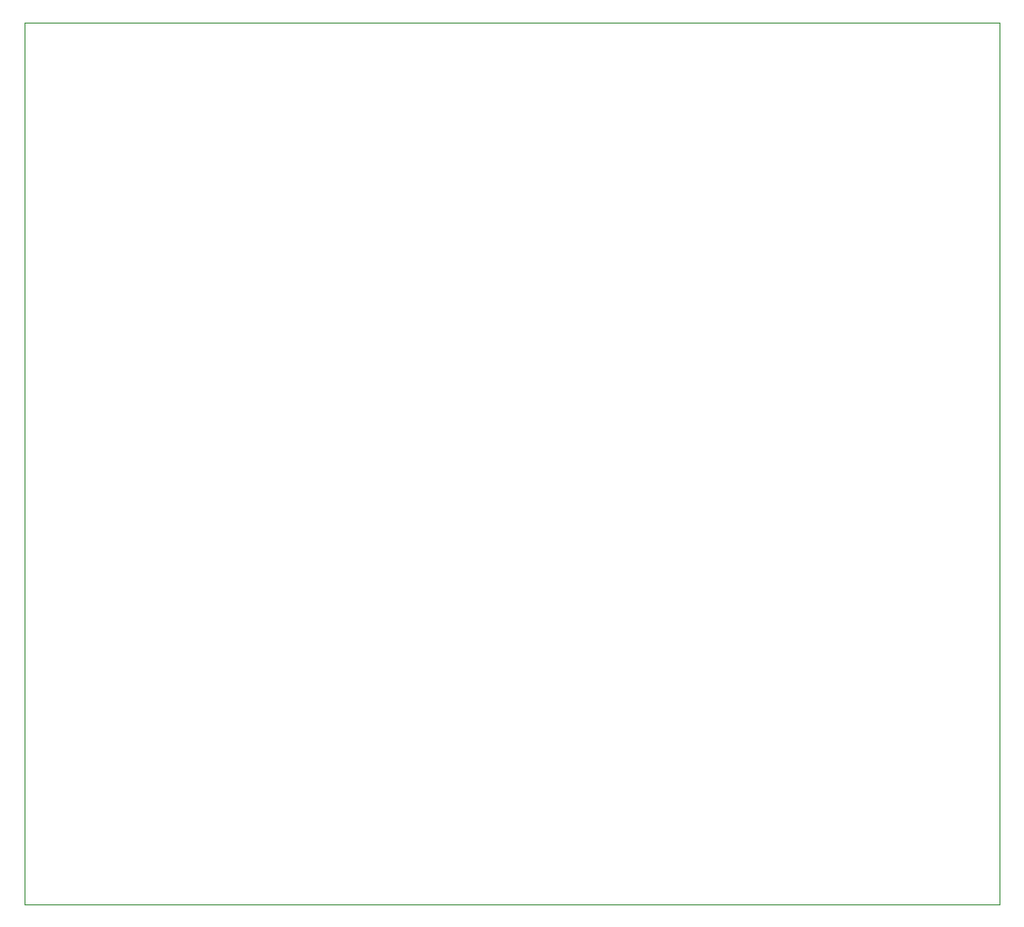
<source format=gm1>
G04 #@! TF.GenerationSoftware,KiCad,Pcbnew,(5.1.5)-3*
G04 #@! TF.CreationDate,2021-05-14T14:20:20+02:00*
G04 #@! TF.ProjectId,GSM-Alarmanlage,47534d2d-416c-4617-926d-616e6c616765,rev?*
G04 #@! TF.SameCoordinates,Original*
G04 #@! TF.FileFunction,Profile,NP*
%FSLAX46Y46*%
G04 Gerber Fmt 4.6, Leading zero omitted, Abs format (unit mm)*
G04 Created by KiCad (PCBNEW (5.1.5)-3) date 2021-05-14 14:20:20*
%MOMM*%
%LPD*%
G04 APERTURE LIST*
%ADD10C,0.050000*%
G04 APERTURE END LIST*
D10*
X100000000Y-149300000D02*
X100000000Y-70000000D01*
X187500000Y-149300000D02*
X100000000Y-149300000D01*
X187500000Y-70000000D02*
X187500000Y-149300000D01*
X100000000Y-70000000D02*
X187500000Y-70000000D01*
M02*

</source>
